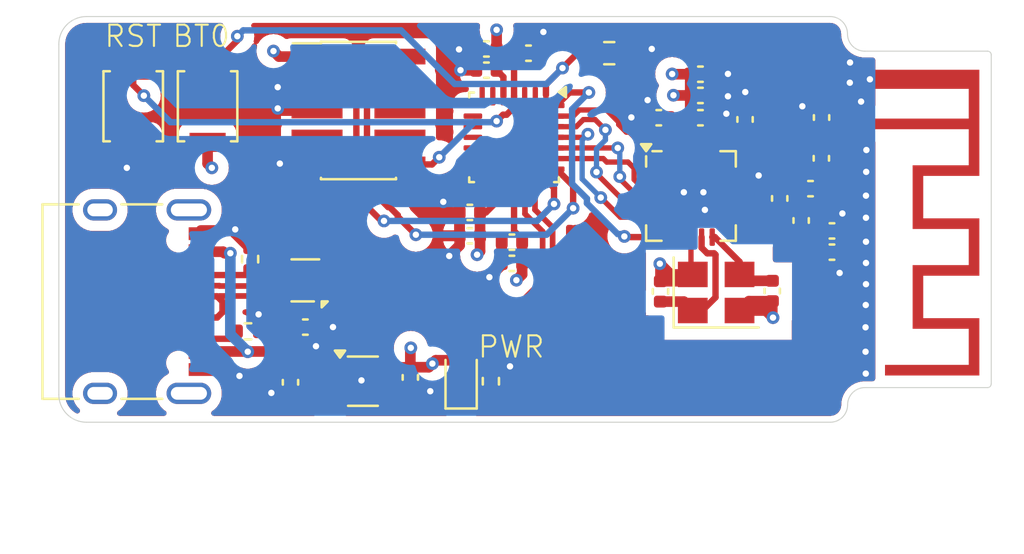
<source format=kicad_pcb>
(kicad_pcb (version 20240108) (generator "pcbnew") (generator_version "8.0")
  (layers (0 "F.Cu" signal) (1 "In1.Cu" power) (2 "In2.Cu" power) (31 "B.Cu" power) (34 "B.Paste" user) (35 "F.Paste" user) (36 "B.SilkS" user "B.Silkscreen") (37 "F.SilkS" user "F.Silkscreen") (38 "B.Mask" user) (39 "F.Mask" user) (44 "Edge.Cuts" user))
  (net 0 "")
  (net 1 "GND")
  (net 2 "+3V3")
  (net 3 "/RF Module/XC2")
  (net 4 "/RF Module/XC1")
  (net 5 "Net-(U2-DVDD)")
  (net 6 "Net-(C9-Pad1)")
  (net 7 "/RF Module/VDD_PA")
  (net 8 "/RF Module/ANT1")
  (net 9 "/RF Module/ANT2")
  (net 10 "Net-(U2-IREF)")
  (net 11 "/MCU Module/RF_IRQ")
  (net 12 "/MCU Module/SPI_MOSI")
  (net 13 "/MCU Module/RF_CE")
  (net 14 "/MCU Module/SPI_CS")
  (net 15 "/MCU Module/SPI_SCK")
  (net 16 "/MCU Module/SPI_MISO")
  (net 17 "Net-(AE1-A)")
  (net 18 "/USB and Power/+VBUS")
  (net 19 "/USB and Power/USB_CONN_D-")
  (net 22 "Net-(J1-CC2)")
  (net 24 "/USB and Power/USB_CONN_D+")
  (net 25 "Net-(J1-CC1)")
  (net 31 "Net-(U1-PB8)")
  (net 34 "/MCU Module/USB_D-")
  (net 37 "/MCU Module/NRST")
  (net 41 "/MCU Module/USB_D+")
  (net 45 "/MCU Module/SWDIO")
  (net 46 "/MCU Module/SWCLK")
  (net 48 "Net-(D1-K)")
  (footprint "Capacitor_SMD:C_0402_1005Metric" (layer "F.Cu") (at 119.84 79.5 180)
    (property "Reference" "C2")
    (property "Value" "100n")
  )
  (footprint "Package_TO_SOT_SMD:SOT-666" (layer "F.Cu") (at 112.1 82.7 180)
    (property "Reference" "U3")
    (property "Value" "USBLC6-2P6")
  )
  (footprint "Capacitor_SMD:C_0402_1005Metric" (layer "F.Cu") (at 136.88 80.37)
    (property "Reference" "C12")
    (property "Value" "2.2n")
  )
  (footprint "Capacitor_SMD:C_0402_1005Metric" (layer "F.Cu") (at 130.69 75.04)
    (property "Reference" "C8")
    (property "Value" "1n")
  )
  (footprint "Resistor_SMD:R_0402_1005Metric" (layer "F.Cu") (at 109.5 81.7 90)
    (property "Reference" "R3")
    (property "Value" "5k1")
  )
  (footprint "Capacitor_SMD:C_0402_1005Metric" (layer "F.Cu") (at 134.42 78.84 -90)
    (property "Reference" "L1")
    (property "Value" "8.2n")
  )
  (footprint "Crystal:Crystal_SMD_3225-4Pin_3.2x2.5mm" (layer "F.Cu") (at 131.43 83.27)
    (property "Reference" "Y1")
    (property "Value" "Crystal_GND24_Small")
  )
  (footprint "Capacitor_SMD:C_0402_1005Metric" (layer "F.Cu") (at 111.4 87.5 -90)
    (property "Reference" "C17")
    (property "Value" "1u")
  )
  (footprint "Capacitor_SMD:C_0402_1005Metric" (layer "F.Cu") (at 119.84 80.6 180)
    (property "Reference" "C1")
    (property "Value" "4.7u")
  )
  (footprint "Capacitor_SMD:C_0402_1005Metric" (layer "F.Cu") (at 121.82 80.9 180)
    (property "Reference" "C14")
    (property "Value" "100n")
  )
  (footprint "Capacitor_SMD:C_0402_1005Metric" (layer "F.Cu") (at 128.81 83.22 90)
    (property "Reference" "C3")
    (property "Value" "C_Small")
  )
  (footprint "Connector_PinHeader_1.27mm:PinHeader_2x05_P1.27mm_Vertical_SMD" (layer "F.Cu") (at 114.6 74.7)
    (property "Reference" "J2")
    (property "Value" "SWD")
  )
  (footprint "Capacitor_SMD:C_0402_1005Metric" (layer "F.Cu") (at 135.43 79.88 90)
    (property "Reference" "L2")
    (property "Value" "2.7n")
  )
  (footprint "Connector_USB:USB_C_Receptacle_XKB_U262-16XN-4BVC11" (layer "F.Cu") (at 103.515 83.7 -90)
    (property "Reference" "J1")
    (property "Value" "USB_C_Receptacle_USB2.0_14P")
  )
  (footprint "Capacitor_SMD:C_0402_1005Metric" (layer "F.Cu") (at 130.69 73.99)
    (property "Reference" "C7")
    (property "Value" "10n")
  )
  (footprint "Capacitor_SMD:C_0402_1005Metric" (layer "F.Cu") (at 117.04 87.27 -90)
    (property "Reference" "C19")
    (property "Value" "1u")
  )
  (footprint "Capacitor_SMD:C_0402_1005Metric" (layer "F.Cu") (at 128.73 75.04 180)
    (property "Reference" "C5")
    (property "Value" "33n")
  )
  (footprint "Resistor_SMD:R_0603_1608Metric" (layer "F.Cu") (at 126.4 72 180)
    (property "Reference" "R4")
    (property "Value" "10k")
  )
  (footprint "Button_Switch_SMD:SW_SPST_B3U-1000P" (layer "F.Cu") (at 107.5 74.5 -90)
    (property "Reference" "SW2")
    (property "Value" "BOOT0")
  )
  (footprint "Capacitor_SMD:C_0402_1005Metric" (layer "F.Cu") (at 136.39 75.03 -90)
    (property "Reference" "C10")
    (property "Value" "1p")
  )
  (footprint "Capacitor_SMD:C_0402_1005Metric" (layer "F.Cu") (at 130.69 72.99)
    (property "Reference" "C6")
    (property "Value" "4.7u")
  )
  (footprint "Resistor_SMD:R_0402_1005Metric" (layer "F.Cu") (at 120.83 87.45 90)
    (property "Reference" "R5")
    (property "Value" "2k2")
  )
  (footprint "Capacitor_SMD:C_0402_1005Metric" (layer "F.Cu") (at 112.1 84.9)
    (property "Reference" "C18")
    (property "Value" "100n")
  )
  (footprint "Package_DFN_QFN:QFN-28_4x4mm_P0.5mm" (layer "F.Cu") (at 121.92 75.9625 -90)
    (property "Reference" "U1")
    (property "Value" "STM32F042G6U6")
  )
  (footprint "RF_Antenna:Texas_SWRA117D_2.4GHz_Right" (layer "F.Cu") (at 138.665 75.33 -90)
    (property "Reference" "AE1")
    (property "Value" "PCB Antenna")
  )
  (footprint "LED_SMD:LED_0603_1608Metric" (layer "F.Cu") (at 119.43 87.25 90)
    (property "Reference" "D1")
    (property "Value" "Power")
  )
  (footprint "Capacitor_SMD:C_0402_1005Metric" (layer "F.Cu") (at 135.87 78.38)
    (property "Reference" "L3")
    (property "Value" "3.9n")
  )
  (footprint "Capacitor_SMD:C_0402_1005Metric" (layer "F.Cu") (at 122.6 72 180)
    (property "Reference" "C21")
    (property "Value" "0.1u")
  )
  (footprint "Package_DFN_QFN:QFN-20-1EP_4x4mm_P0.5mm_EP2.5x2.5mm" (layer "F.Cu") (at 130.245 78.725)
    (property "Reference" "U2")
    (property "Value" "nRF24L01P")
  )
  (footprint "Capacitor_SMD:C_0402_1005Metric" (layer "F.Cu") (at 120.62 72.8 180)
    (property "Reference" "C16")
    (property "Value" "10n")
  )
  (footprint "Capacitor_SMD:C_0402_1005Metric" (layer "F.Cu") (at 132.79 75.12 90)
    (property "Reference" "R1")
    (property "Value" "22k")
  )
  (footprint "Capacitor_SMD:C_0402_1005Metric" (layer "F.Cu") (at 136.88 81.37)
    (property "Reference" "C11")
    (property "Value" "4.7p")
  )
  (footprint "Capacitor_SMD:C_0402_1005Metric" (layer "F.Cu") (at 121.82 81.9 180)
    (property "Reference" "C13")
    (property "Value" "4.7u")
  )
  (footprint "Package_TO_SOT_SMD:SOT-353_SC-70-5" (layer "F.Cu") (at 114.81 87.4475)
    (property "Reference" "U5")
    (property "Value" "MIC5365-3.3YC5")
  )
  (footprint "Capacitor_SMD:C_0402_1005Metric" (layer "F.Cu") (at 120.62 71.8 180)
    (property "Reference" "C15")
    (property "Value" "1u")
  )
  (footprint "Capacitor_SMD:C_0402_1005Metric" (layer "F.Cu") (at 134.07 83.2 -90)
    (property "Reference" "C4")
    (property "Value" "C_Small")
  )
  (footprint "Capacitor_SMD:C_0402_1005Metric" (layer "F.Cu") (at 136.38 76.95 90)
    (property "Reference" "C9")
    (property "Value" "1.5p")
  )
  (footprint "Button_Switch_SMD:SW_SPST_B3U-1000P" (layer "F.Cu") (at 104 74.5 90)
    (property "Reference" "SW1")
    (property "Value" "NRST")
  )
  (footprint "Resistor_SMD:R_0402_1005Metric" (layer "F.Cu") (at 109.4 85.1)
    (property "Reference" "R2")
    (property "Value" "5k1")
  )
  (gr_line (start 138.43 71.905) (end 144.195 71.905) (stroke (width 0.05)) (layer "Edge.Cuts"))
  (gr_line (start 138.434792 87.749792) (end 144.199792 87.749792) (stroke (width 0.05)) (layer "Edge.Cuts"))
  (gr_arc (start 100.5 71.575) (mid 100.880761 70.655761) (end 101.8 70.275) (stroke (width 0.05)) (layer "Edge.Cuts"))
  (gr_arc (start 137.614792 88.564792) (mid 137.8535 87.9885) (end 138.429792 87.749792) (stroke (width 0.05)) (layer "Edge.Cuts"))
  (gr_line (start 144.374792 87.574792) (end 144.374792 72.079792) (stroke (width 0.05)) (layer "Edge.Cuts"))
  (gr_line (start 101.8 89.379792) (end 136.799792 89.379792) (stroke (width 0.05)) (layer "Edge.Cuts"))
  (gr_arc (start 144.199792 71.904792) (mid 144.323536 71.956048) (end 144.374792 72.079792) (stroke (width 0.05)) (layer "Edge.Cuts"))
  (gr_line (start 100.5 71.575) (end 100.5 88.08) (stroke (width 0.05)) (layer "Edge.Cuts"))
  (gr_arc (start 144.369792 87.579792) (mid 144.32 87.7) (end 144.199792 87.749792) (stroke (width 0.05)) (layer "Edge.Cuts"))
  (gr_arc (start 101.8 89.379792) (mid 100.880761 88.999031) (end 100.5 88.079792) (stroke (width 0.05)) (layer "Edge.Cuts"))
  (gr_arc (start 137.614792 88.564792) (mid 137.376084 89.141084) (end 136.799792 89.379792) (stroke (width 0.05)) (layer "Edge.Cuts"))
  (gr_line (start 136.795 70.275) (end 101.8 70.275) (stroke (width 0.05)) (layer "Edge.Cuts"))
  (gr_arc (start 136.795 70.275) (mid 137.371292 70.513708) (end 137.61 71.09) (stroke (width 0.05)) (layer "Edge.Cuts"))
  (gr_arc (start 138.425 71.905) (mid 137.848708 71.666292) (end 137.61 71.09) (stroke (width 0.05)) (layer "Edge.Cuts"))
  (gr_text "PWR" (at 121.79 85.83 0) (layer "F.SilkS") (effects (font (size 1 1) (thickness 0.1))))
  (gr_text "BT0" (at 107.2 71.2 0) (layer "F.SilkS") (effects (font (size 1 1) (thickness 0.1))))
  (gr_text "RST" (at 104 71.2 0) (layer "F.SilkS") (effects (font (size 1 1) (thickness 0.1))))
  (segment (start 112.35 83.65) (end 112.58 83.88) (width 0.3) (layer "F.Cu") (net 1))
  (segment (start 130.33 82.42) (end 129.285 82.42) (width 0.5) (layer "F.Cu") (net 1))
  (segment (start 123.325 71) (end 123.3 71.025) (width 0.5) (layer "F.Cu") (net 1))
  (segment (start 120.83 86.940001) (end 121.539999 86.940001) (width 0.5) (layer "F.Cu") (net 1))
  (segment (start 112.6 85.7) (end 112.58 85.72) (width 0.5) (layer "F.Cu") (net 1))
  (segment (start 117.04 87.75) (end 117.807499 87.75) (width 0.5) (layer "F.Cu") (net 1))
  (segment (start 134.07 84.42) (end 134.105 84.455) (width 0.5) (layer "F.Cu") (net 1))
  (segment (start 110.94 77.24) (end 110.9 77.2) (width 0.5) (layer "F.Cu") (net 1))
  (segment (start 129.285 82.42) (end 128.78 81.915) (width 0.5) (layer "F.Cu") (net 1))
  (segment (start 119.05 79.5) (end 118.59 79.04) (width 0.3) (layer "F.Cu") (net 1))
  (segment (start 132.79 73.84) (end 132.8 73.83) (width 0.5) (layer "F.Cu") (net 1))
  (segment (start 131.17 72.99) (end 131.97 72.99) (width 0.5) (layer "F.Cu") (net 1))
  (segment (start 131.17 75.04) (end 131.72 75.04) (width 0.5) (layer "F.Cu") (net 1))
  (segment (start 108.65 86.85) (end 107.285 86.85) (width 0.5) (layer "F.Cu") (net 1))
  (segment (start 112.607344 82.7) (end 112.35 82.957344) (width 0.3) (layer "F.Cu") (net 1))
  (segment (start 133.77 84.12) (end 134.105 84.455) (width 0.5) (layer "F.Cu") (net 1))
  (segment (start 127.455 75.04) (end 127.44 75.025) (width 0.5) (layer "F.Cu") (net 1))
  (segment (start 109.91 85.1) (end 109.91 84.31) (width 0.5) (layer "F.Cu") (net 1))
  (segment (start 136.39 74.55) (end 135.535 74.55) (width 0.5) (layer "F.Cu") (net 1))
  (segment (start 131.17 73.99) (end 131.945 73.99) (width 0.5) (layer "F.Cu") (net 1))
  (segment (start 128.25 74.255) (end 128.205 74.21) (width 0.5) (layer "F.Cu") (net 1))
  (segment (start 130.745 75.465) (end 131.17 75.04) (width 0.25) (layer "F.Cu") (net 1))
  (segment (start 128.2 72) (end 128.4 71.8) (width 0.5) (layer "F.Cu") (net 1))
  (segment (start 109 87.2) (end 108.65 86.85) (width 0.5) (layer "F.Cu") (net 1))
  (segment (start 117.807499 87.75) (end 117.9775 87.920001) (width 0.5) (layer "F.Cu") (net 1))
  (segment (start 120.14 72.8) (end 119.4 72.8) (width 0.5) (layer "F.Cu") (net 1))
  (segment (start 129.245 76.145) (end 128.25 75.15) (width 0.3) (layer "F.Cu") (net 1))
  (segment (start 137.36 79.56) (end 137.37 79.55) (width 0.5) (layer "F.Cu") (net 1))
  (segment (start 130.42 78.55) (end 129.91 78.55) (width 0.25) (layer "F.Cu") (net 1))
  (segment (start 119.36 80.6) (end 119.36 81.05) (width 0.5) (layer "F.Cu") (net 1))
  (segment (start 120.524716 78.84) (end 119.78 78.84) (width 0.3) (layer "F.Cu") (net 1))
  (segment (start 120.92 77.9) (end 120.92 78.444716) (width 0.3) (layer "F.Cu") (net 1))
  (segment (start 123.08 72) (end 123.08 71.245) (width 0.5) (layer "F.Cu") (net 1))
  (segment (start 118.87 81.55) (end 118.86 81.55) (width 0.5) (layer "F.Cu") (net 1))
  (segment (start 112.35 82.957344) (end 112.35 83.65) (width 0.3) (layer "F.Cu") (net 1))
  (segment (start 120.14 71.8) (end 119.3 71.8) (width 0.5) (layer "F.Cu") (net 1))
  (segment (start 114.18 87.45) (end 114.69 87.45) (width 0.5) (layer "F.Cu") (net 1))
  (segment (start 119.36 79.5) (end 119.05 79.5) (width 0.3) (layer "F.Cu") (net 1))
  (segment (start 132.1825 78.225) (end 132.945 78.225) (width 0.25) (layer "F.Cu") (net 1))
  (segment (start 114.73 87.41) (end 114.74 87.41) (width 0.5) (layer "F.Cu") (net 1))
  (segment (start 118.55 79) (end 118.55 79) (width 0.3) (layer "F.Cu") (net 1))
  (segment (start 131.72 75.04) (end 131.91 74.85) (width 0.5) (layer "F.Cu") (net 1))
  (segment (start 110.9 74.7) (end 110.8 74.6) (width 0.5) (layer "F.Cu") (net 1))
  (segment (start 112.58 85.68) (end 112.6 85.7) (width 0.5) (layer "F.Cu") (net 1))
  (segment (start 137.36 81.37) (end 137.36 82.23) (width 0.5) (layer "F.Cu") (net 1))
  (segment (start 119.36 79.5) (end 119.36 80.6) (width 0.5) (layer "F.Cu") (net 1))
  (segment (start 121.34 81.9) (end 121.34 81.97) (width 0.5) (layer "F.Cu") (net 1))
  (segment (start 129.91 78.55) (end 130.245 78.725) (width 0.25) (layer "F.Cu") (net 1))
  (segment (start 128.25 75.15) (end 128.25 75.04) (width 0.3) (layer "F.Cu") (net 1))
  (segment (start 123.08 71.245) (end 123.3 71.025) (width 0.5) (layer "F.Cu") (net 1))
  (segment (start 119.36 81.05) (end 118.87 81.54) (width 0.5) (layer "F.Cu") (net 1))
  (segment (start 112.58 83.88) (end 112.58 84.9) (width 0.3) (layer "F.Cu") (net 1))
  (segment (start 112.58 84.9) (end 113.4 84.9) (width 0.5) (layer "F.Cu") (net 1))
  (segment (start 135.535 74.55) (end 135.485 74.5) (width 0.5) (layer "F.Cu") (net 1))
  (segment (start 131.945 73.99) (end 131.985 74.03) (width 0.5) (layer "F.Cu") (net 1))
  (segment (start 134.07 83.68) (end 134.07 84.42) (width 0.5) (layer "F.Cu") (net 1))
  (segment (start 131.17 73.99) (end 131.17 72.99) (width 0.5) (layer "F.Cu") (net 1))
  (segment (start 120.92 78.444716) (end 120.524716 78.84) (width 0.3) (layer "F.Cu") (net 1))
  (segment (start 112.58 85.72) (end 112.6 85.8) (width 0.5) (layer "F.Cu") (net 1))
  (segment (start 127.225 72) (end 128.2 72) (width 0.5) (layer "F.Cu") (net 1))
  (segment (start 137.36 80.37) (end 137.36 79.56) (width 0.5) (layer "F.Cu") (net 1))
  (segment (start 114.1775 87.4475) (end 114.18 87.45) (width 0.3) (layer "F.Cu") (net 1))
  (segment (start 133.43 77.76) (end 133.43 77.74) (width 0.25) (layer "F.Cu") (net 1))
  (segment (start 118.86 81.55) (end 118.86 81.55) (width 0.5) (layer "F.Cu") (net 1))
  (segment (start 114.74 87.41) (end 114.74 87.4) (width 0.5) (layer "F.Cu") (net 1))
  (segment (start 118.59 79) (end 118.55 79) (width 0.3) (layer "F.Cu") (net 1))
  (segment (start 108.8 80.3) (end 108.8 80.490001) (width 0.5) (layer "F.Cu") (net 1))
  (segment (start 108.8 80.490001) (end 109.5 81.190001) (width 0.5) (layer "F.Cu") (net 1))
  (segment (start 129.245 76.7875) (end 129.245 76.145) (width 0.3) (layer "F.Cu") (net 1))
  (segment (start 104 76.200001) (end 104 77.1) (width 0.5) (layer "F.Cu") (net 1))
  (segment (start 118.59 79.04) (end 118.59 79) (width 0.3) (layer "F.Cu") (net 1))
  (segment (start 114.69 87.45) (end 114.73 87.41) (width 0.5) (layer "F.Cu") (net 1))
  (segment (start 118.87 81.54) (end 118.87 81.55) (width 0.5) (layer "F.Cu") (net 1))
  (segment (start 123.3 71.025) (end 123.3 71) (width 0.5) (layer "F.Cu") (net 1))
  (segment (start 132.79 74.64) (end 132.79 73.84) (width 0.5) (layer "F.Cu") (net 1))
  (segment (start 132.53 84.12) (end 133.77 84.12) (width 0.5) (layer "F.Cu") (net 1))
  (segment (start 128.81 81.945) (end 128.78 81.915) (width 0.5) (layer "F.Cu") (net 1))
  (segment (start 112.6 85.8) (end 112.58 85.78) (width 0.5) (layer "F.Cu") (net 1))
  (segment (start 119.36 79.26) (end 119.36 79.5) (width 0.3) (layer "F.Cu") (net 1))
  (segment (start 123.3 71) (end 123.325 71) (width 0.5) (layer "F.Cu") (net 1))
  (segment (start 137.36 82.23) (end 137.24 82.35) (width 0.5) (layer "F.Cu") (net 1))
  (segment (start 121.34 81.97) (end 120.76 82.55) (width 0.5) (layer "F.Cu") (net 1))
  (segment (start 114.74 87.4) (end 114.73 87.41) (width 0.5) (layer "F.Cu") (net 1))
  (segment (start 131.17 73.99) (end 131.17 75.04) (width 0.5) (layer "F.Cu") (net 1))
  (segment (start 112.58 84.9) (end 112.58 85.68) (width 0.5) (layer "F.Cu") (net 1))
  (segment (start 119.78 78.84) (end 119.36 79.26) (width 0.3) (layer "F.Cu") (net 1))
  (segment (start 113.025 82.7) (end 112.607344 82.7) (width 0.3) (layer "F.Cu") (net 1))
  (segment (start 130.745 76.7875) (end 130.745 75.465) (width 0.25) (layer "F.Cu") (net 1))
  (segment (start 121.34 80.8) (end 121.34 81.8) (width 0.5) (layer "F.Cu") (net 1))
  (segment (start 108.75 80.35) (end 108.8 80.3) (width 0.5) (layer "F.Cu") (net 1))
  (segment (start 131.97 72.99) (end 131.985 72.975) (width 0.5) (layer "F.Cu") (net 1))
  (segment (start 128.81 82.74) (end 130.01 82.74) (width 0.5) (layer "F.Cu") (net 1))
  (segment (start 128.81 82.74) (end 128.81 81.945) (width 0.5) (layer "F.Cu") (net 1))
  (segment (start 111.4 87.98) (end 110.5 88) (width 0.5) (layer "F.Cu") (net 1))
  (segment (start 112.65 73.43) (end 110.97 73.43) (width 0.5) (layer "F.Cu") (net 1))
  (segment (start 109.91 84.31) (end 109.9 84.3) (width 0.5) (layer "F.Cu") (net 1))
  (segment (start 110.5 88) (end 110.52 87.98) (width 0.5) (layer "F.Cu") (net 1))
  (segment (start 104 77.1) (end 103.7 77.4) (width 0.5) (layer "F.Cu") (net 1))
  (segment (start 113.86 87.4475) (end 114.1775 87.4475) (width 0.3) (layer "F.Cu") (net 1))
  (segment (start 119.36 80.6) (end 119.36 80.62) (width 0.5) (layer "F.Cu") (net 1))
  (segment (start 120.14 72.8) (end 120.14 71.8) (width 0.5) (layer "F.Cu") (net 1))
  (segment (start 133.43 77.74) (end 133.41 77.76) (width 0.25) (layer "F.Cu") (net 1))
  (segment (start 110.97 73.43) (end 110.8 73.6) (width 0.5) (layer "F.Cu") (net 1))
  (segment (start 132.97 83.68) (end 132.53 84.12) (width 0.5) (layer "F.Cu") (net 1))
  (segment (start 121.539999 86.940001) (end 121.73 86.75) (width 0.5) (layer "F.Cu") (net 1))
  (segment (start 128.25 75.04) (end 127.455 75.04) (width 0.5) (layer "F.Cu") (net 1))
  (segment (start 128.25 75.04) (end 128.25 74.255) (width 0.5) (layer "F.Cu") (net 1))
  (segment (start 130.01 82.74) (end 130.33 82.42) (width 0.5) (layer "F.Cu") (net 1))
  (segment (start 130.245 80.6625) (end 130.245 82.335) (width 0.25) (layer "F.Cu") (net 1))
  (segment (start 132.945 78.225) (end 133.41 77.76) (width 0.25) (layer "F.Cu") (net 1))
  (segment (start 130.245 80.6625) (end 130.245 78.725) (width 0.25) (layer "F.Cu") (net 1))
  (segment (start 132.1825 78.225) (end 130.745 78.225) (width 0.25) (layer "F.Cu") (net 1))
  (segment (start 130.83 78.55) (end 130.42 78.55) (width 0.25) (layer "F.Cu") (net 1))
  (segment (start 112.65 74.7) (end 110.9 74.7) (width 0.5) (layer "F.Cu") (net 1))
  (segment (start 130.245 82.335) (end 130.33 82.42) (width 0.25) (layer "F.Cu") (net 1))
  (segment (start 134.07 83.68) (end 132.97 83.68) (width 0.5) (layer "F.Cu") (net 1))
  (segment (start 107.185 80.35) (end 108.75 80.35) (width 0.5) (layer "F.Cu") (net 1))
  (segment (start 112.65 77.24) (end 110.94 77.24) (width 0.5) (layer "F.Cu") (net 1))
  (segment (start 133.41 77.76) (end 133.43 77.76) (width 0.25) (layer "F.Cu") (net 1))
  (via (at 131.985 74.03) (size 0.6) (drill 0.3) (layers "F.Cu" "B.Cu") (net 1))
  (via (at 120.76 82.55) (size 0.6) (drill 0.3) (layers "F.Cu" "B.Cu") (net 1))
  (via (at 138.46 86.06) (size 0.6) (drill 0.3) (layers "F.Cu" "B.Cu") (net 1))
  (via (at 114.74 87.41) (size 0.6) (drill 0.3) (layers "F.Cu" "B.Cu") (net 1))
  (via (at 118.59 79) (size 0.6) (drill 0.3) (layers "F.Cu" "B.Cu") (net 1))
  (via (at 103.7 77.4) (size 0.6) (drill 0.3) (layers "F.Cu" "B.Cu") (net 1))
  (via (at 109 87.2) (size 0.6) (drill 0.3) (layers "F.Cu" "B.Cu") (net 1))
  (via (at 137.72 73.39) (size 0.6) (drill 0.3) (layers "F.Cu" "B.Cu") (net 1))
  (via (at 110.8 73.6) (size 0.6) (drill 0.3) (layers "F.Cu" "B.Cu") (net 1))
  (via (at 123.3 71) (size 0.6) (drill 0.3) (layers "F.Cu" "B.Cu") (net 1))
  (via (at 112.6 85.8) (size 0.6) (drill 0.3) (layers "F.Cu" "B.Cu") (net 1))
  (via (at 138.48 78.71) (size 0.6) (drill 0.3) (layers "F.Cu" "B.Cu") (net 1))
  (via (at 130.9 79.38) (size 0.6) (drill 0.3) (layers "F.Cu" "B.Cu") (net 1))
  (via (at 110.9 77.2) (size 0.6) (drill 0.3) (layers "F.Cu" "B.Cu") (net 1))
  (via (at 129.91 78.55) (size 0.6) (drill 0.3) (layers "F.Cu" "B.Cu") (net 1))
  (via (at 127.44 75.025) (size 0.6) (drill 0.3) (layers "F.Cu" "B.Cu") (net 1))
  (via (at 137.73 72.44) (size 0.6) (drill 0.3) (layers "F.Cu" "B.Cu") (net 1))
  (via (at 113.4 84.9) (size 0.6) (drill 0.3) (layers "F.Cu" "B.Cu") (net 1))
  (via (at 109.9 84.3) (size 0.6) (drill 0.3) (layers "F.Cu" "B.Cu") (net 1))
  (via (at 128.4 71.8) (size 0.6) (drill 0.3) (layers "F.Cu" "B.Cu") (net 1))
  (via (at 138.5 76.56) (size 0.6) (drill 0.3) (layers "F.Cu" "B.Cu") (net 1))
  (via (at 131.91 74.85) (size 0.6) (drill 0.3) (layers "F.Cu" "B.Cu") (net 1))
  (via (at 133.43 77.76) (size 0.6) (drill 0.3) (layers "F.Cu" "B.Cu") (net 1))
  (via (at 128.205 74.21) (size 0.6) (drill 0.3) (layers "F.Cu" "B.Cu") (net 1))
  (via (at 119.4 72.8) (size 0.6) (drill 0.3) (layers "F.Cu" "B.Cu") (net 1))
  (via (at 110.8 74.6) (size 0.6) (drill 0.3) (layers "F.Cu" "B.Cu") (net 1))
  (via (at 110.5 88) (size 0.6) (drill 0.3) (layers "F.Cu" "B.Cu") (net 1))
  (via (at 138.47 83.86) (size 0.6) (drill 0.3) (layers "F.Cu" "B.Cu") (net 1))
  (via (at 137.24 82.35) (size 0.6) (drill 0.3) (layers "F.Cu" "B.Cu") (net 1))
  (via (at 128.78 81.915) (size 0.6) (drill 0.3) (layers "F.Cu" "B.Cu") (net 1))
  (via (at 117.9775 87.920001) (size 0.6) (drill 0.3) (layers "F.Cu" "B.Cu") (net 1))
  (via (at 121.73 86.75) (size 0.6) (drill 0.3) (layers "F.Cu" "B.Cu") (net 1))
  (via (at 130.83 78.55) (size 0.6) (drill 0.3) (layers "F.Cu" "B.Cu") (net 1))
  (via (at 138.48 80.88) (size 0.6) (drill 0.3) (layers "F.Cu" "B.Cu") (net 1))
  (via (at 138.25 74.28) (size 0.6) (drill 0.3) (layers "F.Cu" "B.Cu") (net 1))
  (via (at 138.46 84.91) (size 0.6) (drill 0.3) (layers "F.Cu" "B.Cu") (net 1))
  (via (at 138.48 81.88) (size 0.6) (drill 0.3) (layers "F.Cu" "B.Cu") (net 1))
  (via (at 131.985 72.975) (size 0.6) (drill 0.3) (layers "F.Cu" "B.Cu") (net 1))
  (via (at 108.8 80.3) (size 0.6) (drill 0.3) (layers "F.Cu" "B.Cu") (net 1))
  (via (at 132.8 73.83) (size 0.6) (drill 0.3) (layers "F.Cu" "B.Cu") (net 1))
  (via (at 138.47 87.09) (size 0.6) (drill 0.3) (layers "F.Cu" "B.Cu") (net 1))
  (via (at 119.329805 71.820863) (size 0.6) (drill 0.3) (layers "F.Cu" "B.Cu") (net 1))
  (via (at 138.48 82.88) (size 0.6) (drill 0.3) (layers "F.Cu" "B.Cu") (net 1))
  (via (at 118.87 81.55) (size 0.6) (drill 0.3) (layers "F.Cu" "B.Cu") (net 1))
  (via (at 137.37 79.55) (size 0.6) (drill 0.3) (layers "F.Cu" "B.Cu") (net 1))
  (via (at 134.105 84.455) (size 0.6) (drill 0.3) (layers "F.Cu" "B.Cu") (net 1))
  (via (at 135.485 74.5) (size 0.6) (drill 0.3) (layers "F.Cu" "B.Cu") (net 1))
  (via (at 138.48 79.75) (size 0.6) (drill 0.3) (layers "F.Cu" "B.Cu") (net 1))
  (via (at 138.49 77.59) (size 0.6) (drill 0.3) (layers "F.Cu" "B.Cu") (net 1))
  (segment (start 130.245 75.075) (end 130.21 75.04) (width 0.25) (layer "F.Cu") (net 2))
  (segment (start 120.32 81.33) (end 120.18 81.47) (width 0.5) (layer "F.Cu") (net 2))
  (segment (start 121.42 77.9) (end 121.42 78.679999) (width 0.3) (layer "F.Cu") (net 2))
  (segment (start 132.1825 77.725) (end 130.72026 77.725) (width 0.25) (layer "F.Cu") (net 2))
  (segment (start 130.245 76.7875) (end 130.245 75.075) (width 0.25) (layer "F.Cu") (net 2))
  (segment (start 129.745 80.6625) (end 129.745 80.03712) (width 0.25) (layer "F.Cu") (net 2))
  (segment (start 130.21 73.99) (end 129.43 73.99) (width 0.5) (layer "F.Cu") (net 2))
  (segment (start 129.12 79.41212) (end 129.12 78.04875) (width 0.25) (layer "F.Cu") (net 2))
  (segment (start 120.32 80.6) (end 120.32 81.33) (width 0.5) (layer "F.Cu") (net 2))
  (segment (start 121.92 77.899999) (end 121.92 80.373154) (width 0.3) (layer "F.Cu") (net 2))
  (segment (start 119.43 86.462499) (end 118.235002 86.462499) (width 0.5) (layer "F.Cu") (net 2))
  (segment (start 107.5 77.2) (end 107.7 77.4) (width 0.5) (layer "F.Cu") (net 2))
  (segment (start 121.42 74.025) (end 121.42 73.12) (width 0.3) (layer "F.Cu") (net 2))
  (segment (start 130.21 73.99) (end 130.21 75.04) (width 0.5) (layer "F.Cu") (net 2))
  (segment (start 129.12 78.04875) (end 129.64375 77.525) (width 0.25) (layer "F.Cu") (net 2))
  (segment (start 120.18 81.47) (end 120.18 81.49) (width 0.5) (layer "F.Cu") (net 2))
  (segment (start 122.3 81.9) (end 122.3 82.42) (width 0.5) (layer "F.Cu") (net 2))
  (segment (start 120.599999 79.5) (end 120.32 79.5) (width 0.3) (layer "F.Cu") (net 2))
  (segment (start 119.317501 86.35) (end 119.43 86.462499) (width 0.5) (layer "F.Cu") (net 2))
  (segment (start 130.21 73.99) (end 130.21 72.99) (width 0.5) (layer "F.Cu") (net 2))
  (segment (start 117.907501 86.79) (end 118.0775 86.620001) (width 0.5) (layer "F.Cu") (net 2))
  (segment (start 121.1 71.8) (end 121.1 70.9) (width 0.5) (layer "F.Cu") (net 2))
  (segment (start 121.1 72.8) (end 121.1 71.8) (width 0.5) (layer "F.Cu") (net 2))
  (segment (start 130.245 77.24974) (end 130.245 76.7875) (width 0.25) (layer "F.Cu") (net 2))
  (segment (start 110.86 72.16) (end 110.6 71.9) (width 0.5) (layer "F.Cu") (net 2))
  (segment (start 129.43 73.99) (end 129.42 73.98) (width 0.5) (layer "F.Cu") (net 2))
  (segment (start 121.42 73.12) (end 121.1 72.8) (width 0.3) (layer "F.Cu") (net 2))
  (segment (start 117.04 86.79) (end 117.04 85.899539) (width 0.5) (layer "F.Cu") (net 2))
  (segment (start 122.3 80.8) (end 122.3 81.8) (width 0.5) (layer "F.Cu") (net 2))
  (segment (start 118.235002 86.462499) (end 118.0775 86.620001) (width 0.5) (layer "F.Cu") (net 2))
  (segment (start 117.009999 86.820001) (end 117.04 86.79) (width 0.5) (layer "F.Cu") (net 2))
  (segment (start 129.37 72.99) (end 129.36 72.98) (width 0.5) (layer "F.Cu") (net 2))
  (segment (start 121.92 80.373154) (end 122.3 80.753154) (width 0.3) (layer "F.Cu") (net 2))
  (segment (start 120.16 81.49) (end 120.16 81.49) (width 0.5) (layer "F.Cu") (net 2))
  (segment (start 121.1 70.9) (end 121.1 71.025) (width 0.5) (layer "F.Cu") (net 2))
  (segment (start 129.745 80.03712) (end 129.12 79.41212) (width 0.25) (layer "F.Cu") (net 2))
  (segment (start 129.96974 77.525) (end 130.245 77.24974) (width 0.25) (layer "F.Cu") (net 2))
  (segment (start 130.72026 77.725) (end 130.245 77.24974) (width 0.25) (layer "F.Cu") (net 2))
  (segment (start 117.0325 86.7975) (end 117.04 86.79) (width 0.5) (layer "F.Cu") (net 2))
  (segment (start 130.21 72.99) (end 129.37 72.99) (width 0.5) (layer "F.Cu") (net 2))
  (segment (start 117.04 85.899539) (end 117.061856 85.877683) (width 0.5) (layer "F.Cu") (net 2))
  (segment (start 112.65 72.16) (end 110.86 72.16) (width 0.5) (layer "F.Cu") (net 2))
  (segment (start 120.32 79.5) (end 120.32 80.6) (width 0.5) (layer "F.Cu") (net 2))
  (segment (start 115.76 86.7975) (end 117.0325 86.7975) (width 0.5) (layer "F.Cu") (net 2))
  (segment (start 120.18 81.49) (end 120.16 81.49) (width 0.5) (layer "F.Cu") (net 2))
  (segment (start 122.3 82.42) (end 122.03 82.69) (width 0.5) (layer "F.Cu") (net 2))
  (segment (start 107.5 76.200001) (end 107.5 77.2) (width 0.5) (layer "F.Cu") (net 2))
  (segment (start 122.3 80.753154) (end 122.3 80.8) (width 0.3) (layer "F.Cu") (net 2))
  (segment (start 117.04 86.79) (end 117.907501 86.79) (width 0.5) (layer "F.Cu") (net 2))
  (segment (start 129.64375 77.525) (end 129.96974 77.525) (width 0.25) (layer "F.Cu") (net 2))
  (segment (start 121.42 78.679999) (end 120.599999 79.5) (width 0.3) (layer "F.Cu") (net 2))
  (via (at 110.6 71.9) (size 0.6) (drill 0.3) (layers "F.Cu" "B.Cu") (net 2))
  (via (at 120.18 81.49) (size 0.6) (drill 0.3) (layers "F.Cu" "B.Cu") (net 2))
  (via (at 129.36 72.98) (size 0.6) (drill 0.3) (layers "F.Cu" "B.Cu") (net 2))
  (via (at 122.03 82.69) (size 0.6) (drill 0.3) (layers "F.Cu" "B.Cu") (net 2))
  (via (at 121.1 70.9) (size 0.6) (drill 0.3) (layers "F.Cu" "B.Cu") (net 2))
  (via (at 117.061856 85.877683) (size 0.6) (drill 0.3) (layers "F.Cu" "B.Cu") (net 2))
  (via (at 107.7 77.4) (size 0.6) (drill 0.3) (layers "F.Cu" "B.Cu") (net 2))
  (via (at 118.0775 86.620001) (size 0.6) (drill 0.3) (layers "F.Cu" "B.Cu") (net 2))
  (via (at 129.42 73.98) (size 0.6) (drill 0.3) (layers "F.Cu" "B.Cu") (net 2))
  (segment (start 131.4 81.49) (end 131.4 83.5) (width 0.3) (layer "F.Cu") (net 3))
  (segment (start 130.78 84.12) (end 130.33 84.12) (width 0.3) (layer "F.Cu") (net 3))
  (segment (start 131.4 83.5) (end 130.78 84.12) (width 0.3) (layer "F.Cu") (net 3))
  (segment (start 129.91 83.7) (end 130.33 84.12) (width 0.5) (layer "F.Cu") (net 3))
  (segment (start 131.009904 81.425) (end 131.335 81.425) (width 0.3) (layer "F.Cu") (net 3))
  (segment (start 128.81 83.7) (end 129.91 83.7) (width 0.5) (layer "F.Cu") (net 3))
  (segment (start 130.745 81.160096) (end 131.009904 81.425) (width 0.3) (layer "F.Cu") (net 3))
  (segment (start 130.745 80.6625) (end 130.745 81.160096) (width 0.3) (layer "F.Cu") (net 3))
  (segment (start 131.335 81.425) (end 131.4 81.49) (width 0.3) (layer "F.Cu") (net 3))
  (segment (start 134.07 82.72) (end 132.83 82.72) (width 0.5) (layer "F.Cu") (net 4))
  (segment (start 131.245 80.6625) (end 131.369999 80.6625) (width 0.3) (layer "F.Cu") (net 4))
  (segment (start 132.53 81.822501) (end 132.53 82.42) (width 0.3) (layer "F.Cu") (net 4))
  (segment (start 131.369999 80.6625) (end 132.53 81.822501) (width 0.3) (layer "F.Cu") (net 4))
  (segment (start 132.83 82.72) (end 132.53 82.42) (width 0.5) (layer "F.Cu") (net 4))
  (segment (start 129.745 76.7875) (end 129.745 75.575) (width 0.25) (layer "F.Cu") (net 5))
  (segment (start 129.745 75.575) (end 129.21 75.04) (width 0.25) (layer "F.Cu") (net 5))
  (segment (start 136.35 78.38) (end 136.35 77.46) (width 0.3) (layer "F.Cu") (net 6))
  (segment (start 136.35 77.46) (end 136.38 77.43) (width 0.3) (layer "F.Cu") (net 6))
  (segment (start 135.44 80.37) (end 135.43 80.36) (width 0.3) (layer "F.Cu") (net 7))
  (segment (start 132.975 79.725) (end 133.61 80.36) (width 0.3) (layer "F.Cu") (net 7))
  (segment (start 133.61 80.36) (end 135.43 80.36) (width 0.3) (layer "F.Cu") (net 7))
  (segment (start 136.4 81.37) (end 136.4 80.37) (width 0.3) (layer "F.Cu") (net 7))
  (segment (start 132.1825 79.725) (end 132.975 79.725) (width 0.3) (layer "F.Cu") (net 7))
  (segment (start 136.4 80.37) (end 135.44 80.37) (width 0.3) (layer "F.Cu") (net 7))
  (segment (start 132.1825 79.225) (end 134.325 79.225) (width 0.3) (layer "F.Cu") (net 8))
  (segment (start 134.42 79.32) (end 135.35 79.32) (width 0.3) (layer "F.Cu") (net 8))
  (segment (start 134.325 79.225) (end 134.42 79.32) (width 0.3) (layer "F.Cu") (net 8))
  (segment (start 135.35 79.32) (end 135.43 79.4) (width 0.3) (layer "F.Cu") (net 8))
  (segment (start 132.1825 78.725) (end 134.055 78.725) (width 0.3) (layer "F.Cu") (net 9))
  (segment (start 135.37 78.36) (end 135.39 78.38) (width 0.3) (layer "F.Cu") (net 9))
  (segment (start 134.055 78.725) (end 134.42 78.36) (width 0.3) (layer "F.Cu") (net 9))
  (segment (start 134.42 78.36) (end 135.37 78.36) (width 0.3) (layer "F.Cu") (net 9))
  (segment (start 132.79 75.6) (end 132.4325 75.6) (width 0.3) (layer "F.Cu") (net 10))
  (segment (start 132.4325 75.6) (end 131.245 76.7875) (width 0.3) (layer "F.Cu") (net 10))
  (segment (start 125.44 73.85) (end 124.53 73.85) (width 0.3) (layer "F.Cu") (net 11))
  (segment (start 129.245 80.6625) (end 127.1425 80.6625) (width 0.3) (layer "F.Cu") (net 11))
  (segment (start 124.53 73.85) (end 123.9175 74.4625) (width 0.3) (layer "F.Cu") (net 11))
  (segment (start 127.1425 80.6625) (end 127.11 80.63) (width 0.3) (layer "F.Cu") (net 11))
  (via (at 125.44 73.85) (size 0.6) (drill 0.3) (layers "F.Cu" "B.Cu") (net 11))
  (via (at 127.11 80.63) (size 0.6) (drill 0.3) (layers "F.Cu" "B.Cu") (net 11))
  (segment (start 125.35 79.069239) (end 125.35 78.85) (width 0.3) (layer "B.Cu") (net 11))
  (segment (start 127.11 80.63) (end 127 80.52) (width 0.3) (layer "B.Cu") (net 11))
  (segment (start 124.65 74.64) (end 125.44 73.85) (width 0.3) (layer "B.Cu") (net 11))
  (segment (start 126.800761 80.52) (end 125.35 79.069239) (width 0.3) (layer "B.Cu") (net 11))
  (segment (start 125.35 78.85) (end 124.65 78.15) (width 0.3) (layer "B.Cu") (net 11))
  (segment (start 127 80.52) (end 126.800761 80.52) (width 0.3) (layer "B.Cu") (net 11))
  (segment (start 124.65 78.15) (end 124.65 74.64) (width 0.3) (layer "B.Cu") (net 11))
  (segment (start 125.732912 75.125) (end 126.219557 75.611645) (width 0.25) (layer "F.Cu") (net 12))
  (segment (start 125.8 77.672096) (end 125.8 77.6) (width 0.25) (layer "F.Cu") (net 12))
  (segment (start 123.8575 75.4625) (end 124.84443 75.4625) (width 0.25) (layer "F.Cu") (net 12))
  (segment (start 128.3075 79.225) (end 127.352904 79.225) (width 0.25) (layer "F.Cu") (net 12))
  (segment (start 127.352904 79.225) (end 125.8 77.672096) (width 0.25) (layer "F.Cu") (net 12))
  (segment (start 124.84443 75.4625) (end 125.18193 75.125) (width 0.25) (layer "F.Cu") (net 12))
  (segment (start 125.18193 75.125) (end 125.732912 75.125) (width 0.25) (layer "F.Cu") (net 12))
  (via (at 126.219557 75.611645) (size 0.6) (drill 0.3) (layers "F.Cu" "B.Cu") (net 12))
  (via (at 125.8 77.6) (size 0.6) (drill 0.3) (layers "F.Cu" "B.Cu") (net 12))
  (segment (start 125.8 77.6) (end 125.8 76.507905) (width 0.25) (layer "B.Cu") (net 12))
  (segment (start 126.219557 76.088348) (end 126.219557 75.611645) (width 0.25) (layer "B.Cu") (net 12))
  (segment (start 125.8 76.507905) (end 126.219557 76.088348) (width 0.25) (layer "B.Cu") (net 12))
  (segment (start 127.200896 75.71612) (end 127.343554 75.71612) (width 0.25) (layer "F.Cu") (net 13))
  (segment (start 124.708034 74.9625) (end 124.995534 74.675) (width 0.25) (layer "F.Cu") (net 13))
  (segment (start 127.343554 75.71612) (end 128.3075 76.680066) (width 0.25) (layer "F.Cu") (net 13))
  (segment (start 128.3075 76.680066) (end 128.3075 77.725) (width 0.25) (layer "F.Cu") (net 13))
  (segment (start 126.274024 74.675) (end 126.846643 75.247619) (width 0.25) (layer "F.Cu") (net 13))
  (segment (start 126.846643 75.361867) (end 127.200896 75.71612) (width 0.25) (layer "F.Cu") (net 13))
  (segment (start 126.846643 75.247619) (end 126.846643 75.361867) (width 0.25) (layer "F.Cu") (net 13))
  (segment (start 124.995534 74.675) (end 126.274024 74.675) (width 0.25) (layer "F.Cu") (net 13))
  (segment (start 123.8575 74.9625) (end 124.708034 74.9625) (width 0.25) (layer "F.Cu") (net 13))
  (segment (start 126.117095 76.9625) (end 126.282475 77.12788) (width 0.25) (layer "F.Cu") (net 14))
  (segment (start 127.57 77.94974) (end 127.84526 78.225) (width 0.25) (layer "F.Cu") (net 14))
  (segment (start 123.8575 76.9625) (end 126.117095 76.9625) (width 0.25) (layer "F.Cu") (net 14))
  (segment (start 127.84526 78.225) (end 128.3075 78.225) (width 0.25) (layer "F.Cu") (net 14))
  (segment (start 127.281794 77.12788) (end 127.57 77.416086) (width 0.25) (layer "F.Cu") (net 14))
  (segment (start 127.57 77.416086) (end 127.57 77.94974) (width 0.25) (layer "F.Cu") (net 14))
  (segment (start 126.282475 77.12788) (end 127.281794 77.12788) (width 0.25) (layer "F.Cu") (net 14))
  (segment (start 127.708864 78.725) (end 126.895 77.911136) (width 0.25) (layer "F.Cu") (net 15))
  (segment (start 126.895 77.911136) (end 126.895 77.812501) (width 0.25) (layer "F.Cu") (net 15))
  (segment (start 128.3075 78.725) (end 127.708864 78.725) (width 0.25) (layer "F.Cu") (net 15))
  (segment (start 123.8575 76.4625) (end 126.8 76.4625) (width 0.25) (layer "F.Cu") (net 15))
  (via (at 126.895 77.812501) (size 0.6) (drill 0.3) (layers "F.Cu" "B.Cu") (net 15))
  (via (at 126.8 76.4625) (size 0.6) (drill 0.3) (layers "F.Cu" "B.Cu") (net 15))
  (segment (start 126.895 77.812501) (end 126.895 76.5575) (width 0.25) (layer "B.Cu") (net 15))
  (segment (start 126.895 76.5575) (end 126.8 76.4625) (width 0.25) (layer "B.Cu") (net 15))
  (segment (start 123.857499 75.9625) (end 125.248759 75.9625) (width 0.25) (layer "F.Cu") (net 16))
  (segment (start 125.248759 75.9625) (end 125.394639 75.81662) (width 0.25) (layer "F.Cu") (net 16))
  (segment (start 128.3075 79.725) (end 126.925 79.725) (width 0.25) (layer "F.Cu") (net 16))
  (segment (start 126.925 79.725) (end 126 78.8) (width 0.25) (layer "F.Cu") (net 16))
  (via (at 125.394639 75.81662) (size 0.6) (drill 0.3) (layers "F.Cu" "B.Cu") (net 16))
  (via (at 126 78.8) (size 0.6) (drill 0.3) (layers "F.Cu" "B.Cu") (net 16))
  (segment (start 125.125 76.086259) (end 125.125 77.925) (width 0.25) (layer "B.Cu") (net 16))
  (segment (start 125.125 77.925) (end 126 78.8) (width 0.25) (layer "B.Cu") (net 16))
  (segment (start 125.394639 75.81662) (end 125.125 76.086259) (width 0.25) (layer "B.Cu") (net 16))
  (segment (start 138.665 75.33) (end 136.57 75.33) (width 0.5) (layer "F.Cu") (net 17))
  (segment (start 136.57 75.33) (end 136.39 75.51) (width 0.5) (layer "F.Cu") (net 17))
  (segment (start 136.38 76.47) (end 136.38 75.52) (width 0.3) (layer "F.Cu") (net 17))
  (segment (start 136.38 75.52) (end 136.39 75.51) (width 0.3) (layer "F.Cu") (net 17))
  (segment (start 108.57 81.42) (end 108.3 81.42) (width 0.5) (layer "F.Cu") (net 18))
  (segment (start 111.6 82.7) (end 111.85 82.95) (width 0.3) (layer "F.Cu") (net 18))
  (segment (start 109.39 86.06) (end 109.38 86.05) (width 0.5) (layer "F.Cu") (net 18))
  (segment (start 113.86 86.7975) (end 111.6225 86.7975) (width 0.5) (layer "F.Cu") (net 18))
  (segment (start 111.62 83.78) (end 111.62 84.9) (width 0.3) (layer "F.Cu") (net 18))
  (segment (start 108.23 81.35) (end 107.185 81.35) (width 0.5) (layer "F.Cu") (net 18))
  (segment (start 108.3 81.42) (end 108.23 81.35) (width 0.5) (layer "F.Cu") (net 18))
  (segment (start 110.47 86.09) (end 111.4 87.02) (width 0.5) (layer "F.Cu") (net 18))
  (segment (start 111.175 82.7) (end 111.6 82.7) (width 0.3) (layer "F.Cu") (net 18))
  (segment (start 109.4 86.05) (end 109.39 86.06) (width 0.5) (layer "F.Cu") (net 18))
  (segment (start 110.47 86.05) (end 109.4 86.05) (width 0.5) (layer "F.Cu") (net 18))
  (segment (start 111.588266 87.02) (end 111.4 87.02) (width 0.5) (layer "F.Cu") (net 18))
  (segment (start 112.665766 88.0975) (end 111.588266 87.02) (width 0.5) (layer "F.Cu") (net 18))
  (segment (start 111.85 82.95) (end 111.85 83.55) (width 0.3) (layer "F.Cu") (net 18))
  (segment (start 111.6225 86.7975) (end 111.4 87.02) (width 0.5) (layer "F.Cu") (net 18))
  (segment (start 109.38 86.05) (end 107.185 86.05) (width 0.5) (layer "F.Cu") (net 18))
  (segment (start 110.47 86.05) (end 110.47 86.09) (width 0.5) (layer "F.Cu") (net 18))
  (segment (start 111.85 83.55) (end 111.62 83.78) (width 0.3) (layer "F.Cu") (net 18))
  (segment (start 113.86 88.0975) (end 112.665766 88.0975) (width 0.5) (layer "F.Cu") (net 18))
  (segment (start 111.62 84.9) (end 110.47 86.05) (width 0.5) (layer "F.Cu") (net 18))
  (via (at 109.39 86.06) (size 0.6) (drill 0.3) (layers "F.Cu" "B.Cu") (net 18))
  (via (at 108.57 81.42) (size 0.6) (drill 0.3) (layers "F.Cu" "B.Cu") (net 18))
  (segment (start 109.39 86.06) (end 108.57 85.24) (width 0.5) (layer "B.Cu") (net 18))
  (segment (start 108.57 85.24) (end 108.57 81.42) (width 0.5) (layer "B.Cu") (net 18))
  (segment (start 110.516396 82.453672) (end 110.516396 82.896104) (width 0.267208) (layer "F.Cu") (net 19))
  (segment (start 106.45 83.95) (end 107.185 83.95) (width 0.3) (layer "F.Cu") (net 19))
  (segment (start 106.2 83.15) (end 106.2 83.7) (width 0.3) (layer "F.Cu") (net 19))
  (segment (start 106.4 82.95) (end 106.2 83.15) (width 0.3) (layer "F.Cu") (net 19))
  (segment (start 107.185 82.95) (end 106.4 82.95) (width 0.3) (layer "F.Cu") (net 19))
  (segment (start 108.047501 82.95) (end 107.185 82.95) (width 0.267208) (layer "F.Cu") (net 19))
  (segment (start 108.062297 82.964796) (end 108.047501 82.95) (width 0.267208) (layer "F.Cu") (net 19))
  (segment (start 110.753672 82.216396) (end 110.516396 82.453672) (width 0.267208) (layer "F.Cu") (net 19))
  (segment (start 111.25 82.1625) (end 111.196104 82.216396) (width 0.267208) (layer "F.Cu") (net 19))
  (segment (start 111.196104 82.216396) (end 110.753672 82.216396) (width 0.267208) (layer "F.Cu") (net 19))
  (segment (start 110.447704 82.964796) (end 108.062297 82.964796) (width 0.267208) (layer "F.Cu") (net 19))
  (segment (start 106.2 83.7) (end 106.45 83.95) (width 0.3) (layer "F.Cu") (net 19))
  (segment (start 110.516396 82.896104) (end 110.447704 82.964796) (width 0.267208) (layer "F.Cu") (net 19))
  (segment (start 108.54 85.45) (end 108.89 85.1) (width 0.3) (layer "F.Cu") (net 22))
  (segment (start 107.185 85.45) (end 108.54 85.45) (width 0.3) (layer "F.Cu") (net 22))
  (segment (start 108.2 84.2) (end 107.95 84.45) (width 0.3) (layer "F.Cu") (net 24))
  (segment (start 110.642554 83.435204) (end 108.062297 83.435204) (width 0.267208) (layer "F.Cu") (net 24))
  (segment (start 107.185 83.45) (end 107.95 83.45) (width 0.3) (layer "F.Cu") (net 24))
  (segment (start 107.95 83.45) (end 108.2 83.7) (width 0.3) (layer "F.Cu") (net 24))
  (segment (start 108.047501 83.45) (end 107.185 83.45) (width 0.267208) (layer "F.Cu") (net 24))
  (segment (start 107.95 84.45) (end 107.185 84.45) (width 0.3) (layer "F.Cu") (net 24))
  (segment (start 110.840258 83.2375) (end 110.642554 83.435204) (width 0.267208) (layer "F.Cu") (net 24))
  (segment (start 111.25 83.2375) (end 110.840258 83.2375) (width 0.267208) (layer "F.Cu") (net 24))
  (segment (start 108.2 83.7) (end 108.2 84.2) (width 0.3) (layer "F.Cu") (net 24))
  (segment (start 108.062297 83.435204) (end 108.047501 83.45) (width 0.267208) (layer "F.Cu") (net 24))
  (segment (start 107.184999 82.45) (end 109.259999 82.45) (width 0.3) (layer "F.Cu") (net 25))
  (segment (start 109.259999 82.45) (end 109.5 82.209999) (width 0.3) (layer "F.Cu") (net 25))
  (segment (start 108.9 71.2) (end 108.9 71.399999) (width 0.3) (layer "F.Cu") (net 31))
  (segment (start 125.575 72) (end 124.9 72) (width 0.3) (layer "F.Cu") (net 31))
  (segment (start 124.9 72) (end 124.2 72.7) (width 0.3) (layer "F.Cu") (net 31))
  (segment (start 123.42 73.965) (end 123.42 73.48) (width 0.3) (layer "F.Cu") (net 31))
  (segment (start 108.9 71.399999) (end 107.5 72.799999) (width 0.3) (layer "F.Cu") (net 31))
  (segment (start 123.42 73.48) (end 124.2 72.7) (width 0.3) (layer "F.Cu") (net 31))
  (via (at 124.2 72.7) (size 0.6) (drill 0.3) (layers "F.Cu" "B.Cu") (net 31))
  (via (at 108.9 71.2) (size 0.6) (drill 0.3) (layers "F.Cu" "B.Cu") (net 31))
  (segment (start 109.175 70.925) (end 108.9 71.2) (width 0.3) (layer "B.Cu") (net 31))
  (segment (start 124.2 72.7) (end 123.45 73.45) (width 0.3) (layer "B.Cu") (net 31))
  (segment (start 110.9 70.925) (end 109.175 70.925) (width 0.3) (layer "B.Cu") (net 31))
  (segment (start 119.125 73.45) (end 116.6 70.925) (width 0.3) (layer "B.Cu") (net 31))
  (segment (start 116.6 70.925) (end 110.9 70.925) (width 0.3) (layer "B.Cu") (net 31))
  (segment (start 123.45 73.45) (end 119.125 73.45) (width 0.3) (layer "B.Cu") (net 31))
  (segment (start 113.446328 82.216396) (end 113.378897 82.216396) (width 0.267208) (layer "F.Cu") (net 34))
  (segment (start 123.264796 82.702574) (end 122.002574 83.964796) (width 0.267208) (layer "F.Cu") (net 34))
  (segment (start 122.434796 78.571047) (end 122.434796 79.567426) (width 0.267208) (layer "F.Cu") (net 34))
  (segment (start 119.197426 83.964796) (end 117.697426 82.464796) (width 0.267208) (layer "F.Cu") (net 34))
  (segment (start 123.264796 80.397426) (end 123.264796 82.702574) (width 0.267208) (layer "F.Cu") (net 34))
  (segment (start 117.697426 82.464796) (end 113.694728 82.464796) (width 0.267208) (layer "F.Cu") (net 34))
  (segment (start 113.378897 82.216396) (end 113.325001 82.1625) (width 0.267208) (layer "F.Cu") (net 34))
  (segment (start 122.434796 79.567426) (end 123.264796 80.397426) (width 0.267208) (layer "F.Cu") (net 34))
  (segment (start 122.002574 83.964796) (end 119.197426 83.964796) (width 0.267208) (layer "F.Cu") (net 34))
  (segment (start 113.325001 82.1625) (end 112.95 82.1625) (width 0.267208) (layer "F.Cu") (net 34))
  (segment (start 122.42 78.556251) (end 122.434796 78.571047) (width 0.267208) (layer "F.Cu") (net 34))
  (segment (start 122.42 77.9) (end 122.42 78.556251) (width 0.267208) (layer "F.Cu") (net 34))
  (segment (start 113.694728 82.464796) (end 113.446328 82.216396) (width 0.267208) (layer "F.Cu") (net 34))
  (segment (start 121.92 74.547596) (end 121.92 74.025001) (width 0.3) (layer "F.Cu") (net 37))
  (segment (start 116.55 77.24) (end 118.06 77.24) (width 0.3) (layer "F.Cu") (net 37))
  (segment (start 104 72.799999) (end 104 73.5) (width 0.3) (layer "F.Cu") (net 37))
  (segment (start 104 73.5) (end 104.5 74) (width 0.3) (layer "F.Cu") (net 37))
  (segment (start 121.567596 74.9) (end 121.92 74.547596) (width 0.3) (layer "F.Cu") (net 37))
  (segment (start 118.06 77.24) (end 118.4 76.9) (width 0.3) (layer "F.Cu") (net 37))
  (segment (start 121.92 74.025001) (end 121.92 72.2) (width 0.3) (layer "F.Cu") (net 37))
  (segment (start 121.1 75.2) (end 121.4 74.9) (width 0.3) (layer "F.Cu") (net 37))
  (segment (start 121.4 74.9) (end 121.567596 74.9) (width 0.3) (layer "F.Cu") (net 37))
  (segment (start 121.92 72.2) (end 122.12 72) (width 0.3) (layer "F.Cu") (net 37))
  (via (at 104.5 74) (size 0.6) (drill 0.3) (layers "F.Cu" "B.Cu") (net 37))
  (via (at 121.1 75.2) (size 0.6) (drill 0.3) (layers "F.Cu" "B.Cu") (net 37))
  (via (at 118.4 76.9) (size 0.6) (drill 0.3) (layers "F.Cu" "B.Cu") (net 37))
  (segment (start 120.05 75.25) (end 120.4 75.25) (width 0.3) (layer "B.Cu") (net 37))
  (segment (start 118.4 76.9) (end 120.05 75.25) (width 0.3) (layer "B.Cu") (net 37))
  (segment (start 104.5 74) (end 105.75 75.25) (width 0.3) (layer "B.Cu") (net 37))
  (segment (start 105.75 75.25) (end 120.4 75.25) (width 0.3) (layer "B.Cu") (net 37))
  (segment (start 121.05 75.25) (end 121.1 75.2) (width 0.3) (layer "B.Cu") (net 37))
  (segment (start 120.4 75.25) (end 121.05 75.25) (width 0.3) (layer "B.Cu") (net 37))
  (segment (start 122.92 78.556251) (end 122.905204 78.571047) (width 0.267208) (layer "F.Cu") (net 41))
  (segment (start 113.325001 83.2375) (end 112.95 83.2375) (width 0.267208) (layer "F.Cu") (net 41))
  (segment (start 113.694728 82.935204) (end 113.446328 83.183604) (width 0.267208) (layer "F.Cu") (net 41))
  (segment (start 122.197426 84.435204) (end 119.002574 84.435204) (width 0.267208) (layer "F.Cu") (net 41))
  (segment (start 113.378897 83.183604) (end 113.325001 83.2375) (width 0.267208) (layer "F.Cu") (net 41))
  (segment (start 122.92 77.9) (end 122.92 78.556251) (width 0.267208) (layer "F.Cu") (net 41))
  (segment (start 113.446328 83.183604) (end 113.378897 83.183604) (width 0.267208) (layer "F.Cu") (net 41))
  (segment (start 122.905204 79.372574) (end 123.735204 80.202574) (width 0.267208) (layer "F.Cu") (net 41))
  (segment (start 117.502574 82.935204) (end 113.694728 82.935204) (width 0.267208) (layer "F.Cu") (net 41))
  (segment (start 122.905204 78.571047) (end 122.905204 79.372574) (width 0.267208) (layer "F.Cu") (net 41))
  (segment (start 119.002574 84.435204) (end 117.502574 82.935204) (width 0.267208) (layer "F.Cu") (net 41))
  (segment (start 123.735204 80.202574) (end 123.735204 82.897426) (width 0.267208) (layer "F.Cu") (net 41))
  (segment (start 123.735204 82.897426) (end 122.197426 84.435204) (width 0.267208) (layer "F.Cu") (net 41))
  (segment (start 123.8 78.34) (end 123.42 77.96) (width 0.3) (layer "F.Cu") (net 45))
  (segment (start 116.55 72.16) (end 115.72 72.16) (width 0.3) (layer "F.Cu") (net 45))
  (segment (start 123.8 79.1) (end 123.8 78.34) (width 0.3) (layer "F.Cu") (net 45))
  (segment (start 114.5 78.719239) (end 115.680761 79.9) (width 0.3) (layer "F.Cu") (net 45))
  (segment (start 115.680761 79.9) (end 115.8 79.9) (width 0.3) (layer "F.Cu") (net 45))
  (segment (start 115.72 72.16) (end 114.5 73.38) (width 0.3) (layer "F.Cu") (net 45))
  (segment (start 114.5 73.38) (end 114.5 78.719239) (width 0.3) (layer "F.Cu") (net 45))
  (via (at 115.8 79.9) (size 0.6) (drill 0.3) (layers "F.Cu" "B.Cu") (net 45))
  (via (at 123.8 79.1) (size 0.6) (drill 0.3) (layers "F.Cu" "B.Cu") (net 45))
  (segment (start 115.8 79.9) (end 123 79.9) (width 0.3) (layer "B.Cu") (net 45))
  (segment (start 123 79.9) (end 123.8 79.1) (width 0.3) (layer "B.Cu") (net 45))
  (segment (start 116.45 79.630761) (end 116.069239 79.25) (width 0.3) (layer "F.Cu") (net 46))
  (segment (start 115 73.98) (end 115.55 73.43) (width 0.3) (layer "F.Cu") (net 46))
  (segment (start 116.069239 79.25) (end 116 79.25) (width 0.3) (layer "F.Cu") (net 46))
  (segment (start 116 79.25) (end 115 78.25) (width 0.3) (layer "F.Cu") (net 46))
  (segment (start 116.45 79.7) (end 116.45 79.630761) (width 0.3) (layer "F.Cu") (net 46))
  (segment (start 124.7 78.245) (end 123.9175 77.4625) (width 0.3) (layer "F.Cu") (net 46))
  (segment (start 124.7 79.3) (end 124.7 78.245) (width 0.3) (layer "F.Cu") (net 46))
  (segment (start 115.55 73.43) (end 116.55 73.43) (width 0.3) (layer "F.Cu") (net 46))
  (segment (start 115 78.25) (end 115 73.98) (width 0.3) (layer "F.Cu") (net 46))
  (segment (start 117.3 80.55) (end 116.45 79.7) (width 0.3) (layer "F.Cu") (net 46))
  (via (at 117.3 80.55) (size 0.6) (drill 0.3) (layers "F.Cu" "B.Cu") (net 46))
  (via (at 124.7 79.3) (size 0.6) (drill 0.3) (layers "F.Cu" "B.Cu") (net 46))
  (segment (start 123.45 80.55) (end 124.7 79.3) (width 0.3) (layer "B.Cu") (net 46))
  (segment (start 117.3 80.55) (end 123.45 80.55) (width 0.3) (layer "B.Cu") (net 46))
  (segment (start 120.752498 88.037501) (end 120.83 87.959999) (width 0.5) (layer "F.Cu") (net 48))
  (segment (start 119.43 88.037501) (end 120.752498 88.037501) (width 0.5) (layer "F.Cu") (net 48))
  (zone (net 1) (net_name "GND") (layer "F.Cu") (connect_pads (clearance 0.5)) (min_thickness 0.25) (fill yes (thermal_gap 0.5) (thermal_bridge_width 0.5))
    (polygon (pts (xy 99.995 69.495) (xy 138.915 69.495) (xy 138.915 89.8) (xy 129.3 89.8) (xy 129.3 85.5) (xy 134 85.5) (xy 134.995 85.5) (xy 134.995 84.5) (xy 135 84.505) (xy 135 81.85) (xy 134.1 81.85) (xy 134.1 81) (xy 132.17 81) (xy 131.4 80.23) (xy 130.56 80.23) (xy 130.56 81.255) (xy 129.11 81.255) (xy 129.105 81.26) (xy 128.12 81.259956) (xy 128.12 82.075) (xy 128.12 84.35) (xy 129 84.35) (xy 129 85.5) (xy 129.3 85.5) (xy 129.3 89.8) (xy 99.995 89.8)))
  )
  (zone (net 1) (net_name "GND") (layers "F.Cu" "In1.Cu") (connect_pads (clearance 0.5)) (min_thickness 0.25) (fill yes (thermal_gap 0.5) (thermal_bridge_width 0.5))
    (polygon (pts (xy 99.995 69.495) (xy 138.915 69.495) (xy 138.915 89.8) (xy 129.3 89.8) (xy 129.3 85.5) (xy 134 85.5) (xy 134.995 85.5) (xy 134.995 84.5) (xy 135 84.505) (xy 135 81.85) (xy 134.1 81.85) (xy 134.1 81) (xy 132.17 81) (xy 131.4 80.23) (xy 130.56 80.23) (xy 130.56 81.255) (xy 129.11 81.255) (xy 129.105 81.26) (xy 128.12 81.259956) (xy 128.12 82.075) (xy 128.12 84.35) (xy 129 84.35) (xy 129 85.5) (xy 129.3 85.5) (xy 129.3 89.8) (xy 99.995 89.8)))
  )
  (zone (net 1) (net_name "GND") (layers "F.Cu" "In1.Cu" "B.Cu") (connect_pads (clearance 0.5)) (min_thickness 0.25) (fill yes (thermal_gap 0.5) (thermal_bridge_width 0.5))
    (polygon (pts (xy 99.995 69.495) (xy 138.915 69.495) (xy 138.915 89.8) (xy 129.3 89.8) (xy 129.3 85.5) (xy 134 85.5) (xy 134.995 85.5) (xy 134.995 84.5) (xy 135 84.505) (xy 135 81.85) (xy 134.1 81.85) (xy 134.1 81) (xy 132.17 81) (xy 131.4 80.23) (xy 130.56 80.23) (xy 130.56 81.255) (xy 129.11 81.255) (xy 129.105 81.26) (xy 128.12 81.259956) (xy 128.12 82.075) (xy 128.12 84.35) (xy 129 84.35) (xy 129 85.5) (xy 129.3 85.5) (xy 129.3 89.8) (xy 99.995 89.8)))
  )
)
</source>
